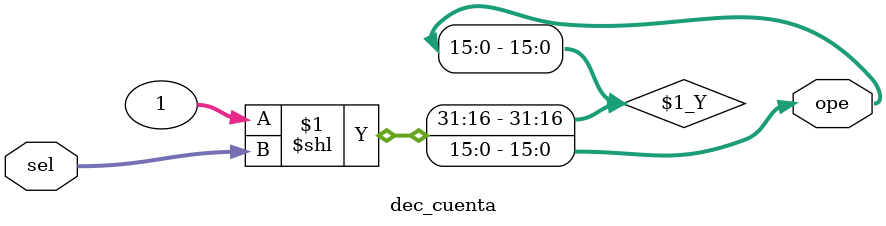
<source format=v>
module dec_cuenta(input wire [3:0] sel,output wire [15:0] ope);
assign ope= 1<< sel;
endmodule
</source>
